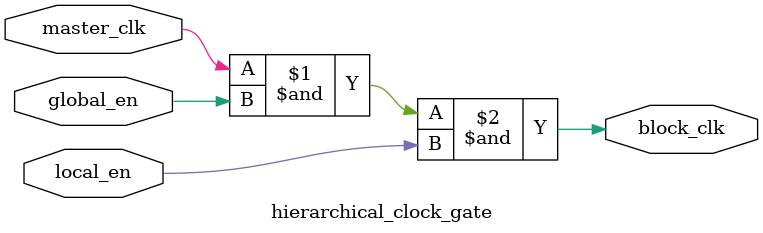
<source format=sv>
module hierarchical_clock_gate (
    input  wire master_clk,
    input  wire global_en,
    input  wire local_en,
    output wire block_clk
);
    // 优化后直接使用单一赋值，减少中间信号和逻辑级数
    // 使用AND运算符直接组合所有使能信号
    assign block_clk = master_clk & global_en & local_en;
endmodule
</source>
